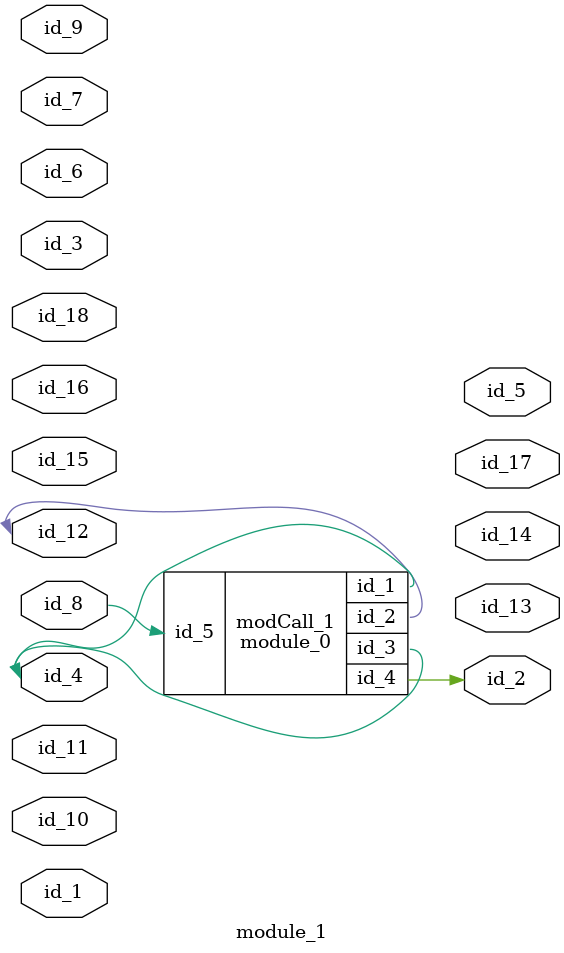
<source format=v>
module module_0 (
    id_1,
    id_2,
    id_3,
    id_4,
    id_5
);
  input wire id_5;
  output wire id_4;
  output wire id_3;
  inout wire id_2;
  output wire id_1;
  assign id_2 = 1;
  assign id_4 = id_5;
endmodule
module module_1 (
    id_1,
    id_2,
    id_3,
    id_4,
    id_5,
    id_6,
    id_7,
    id_8,
    id_9,
    id_10,
    id_11,
    id_12,
    id_13,
    id_14,
    id_15,
    id_16,
    id_17,
    id_18
);
  input wire id_18;
  output wire id_17;
  inout wire id_16;
  input wire id_15;
  output wire id_14;
  output wire id_13;
  inout wire id_12;
  input wire id_11;
  inout wire id_10;
  inout wire id_9;
  inout wire id_8;
  inout wire id_7;
  input wire id_6;
  output wire id_5;
  inout wire id_4;
  input wire id_3;
  output wire id_2;
  input wire id_1;
  module_0 modCall_1 (
      id_4,
      id_12,
      id_4,
      id_2,
      id_8
  );
  wire id_19;
endmodule

</source>
